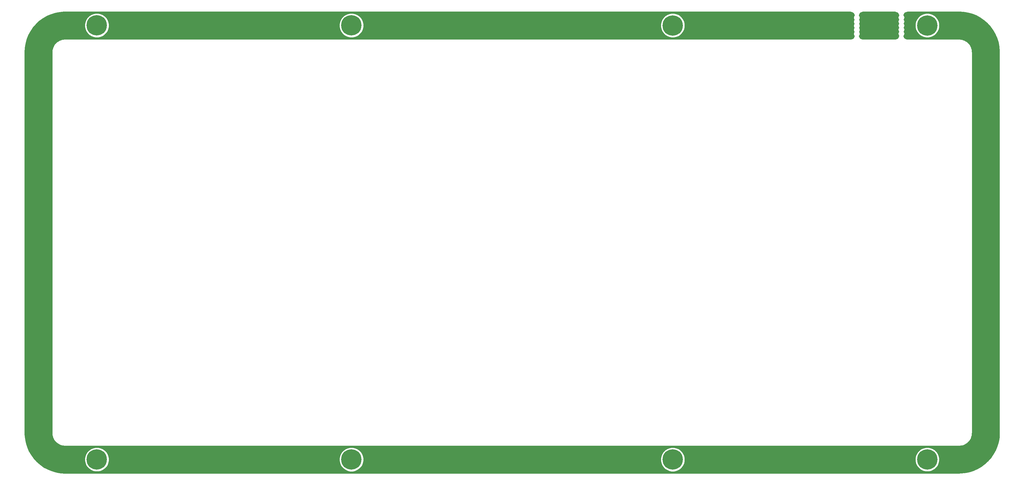
<source format=gbr>
G04 #@! TF.GenerationSoftware,KiCad,Pcbnew,5.1.6*
G04 #@! TF.CreationDate,2020-06-16T15:44:28+02:00*
G04 #@! TF.ProjectId,punk75_inner,70756e6b-3735-45f6-996e-6e65722e6b69,rev?*
G04 #@! TF.SameCoordinates,Original*
G04 #@! TF.FileFunction,Copper,L2,Bot*
G04 #@! TF.FilePolarity,Positive*
%FSLAX46Y46*%
G04 Gerber Fmt 4.6, Leading zero omitted, Abs format (unit mm)*
G04 Created by KiCad (PCBNEW 5.1.6) date 2020-06-16 15:44:28*
%MOMM*%
%LPD*%
G01*
G04 APERTURE LIST*
G04 #@! TA.AperFunction,ComponentPad*
%ADD10C,6.400000*%
G04 #@! TD*
G04 #@! TA.AperFunction,NonConductor*
%ADD11C,0.254000*%
G04 #@! TD*
G04 APERTURE END LIST*
D10*
X352750000Y-99500000D03*
X272750000Y-99500000D03*
X171760000Y-99480000D03*
X91750000Y-99480000D03*
X272750000Y-236130000D03*
X171770000Y-236120000D03*
X91760000Y-236110000D03*
X352740000Y-236110000D03*
D11*
G36*
X328513017Y-95254996D02*
G01*
X328794021Y-95282549D01*
X329029712Y-95353708D01*
X329247089Y-95469291D01*
X329437879Y-95624895D01*
X329594811Y-95814593D01*
X329711906Y-96031157D01*
X329784709Y-96266344D01*
X329792103Y-96336696D01*
X329756557Y-96372242D01*
X329643978Y-96540728D01*
X329566433Y-96727939D01*
X329526900Y-96926682D01*
X329526900Y-97129318D01*
X329566433Y-97328061D01*
X329643978Y-97515272D01*
X329742687Y-97663000D01*
X329643978Y-97810728D01*
X329566433Y-97997939D01*
X329526900Y-98196682D01*
X329526900Y-98399318D01*
X329566433Y-98598061D01*
X329643978Y-98785272D01*
X329742687Y-98933000D01*
X329643978Y-99080728D01*
X329566433Y-99267939D01*
X329526900Y-99466682D01*
X329526900Y-99669318D01*
X329566433Y-99868061D01*
X329643978Y-100055272D01*
X329742687Y-100203000D01*
X329643978Y-100350728D01*
X329566433Y-100537939D01*
X329526900Y-100736682D01*
X329526900Y-100939318D01*
X329566433Y-101138061D01*
X329643978Y-101325272D01*
X329742687Y-101473000D01*
X329643978Y-101620728D01*
X329566433Y-101807939D01*
X329526900Y-102006682D01*
X329526900Y-102209318D01*
X329566433Y-102408061D01*
X329643978Y-102595272D01*
X329756557Y-102763758D01*
X329779811Y-102787012D01*
X329715291Y-103000711D01*
X329599711Y-103218087D01*
X329444104Y-103408878D01*
X329254408Y-103565810D01*
X329037843Y-103682905D01*
X328802656Y-103755708D01*
X328523972Y-103784999D01*
X81707121Y-103784999D01*
X81674080Y-103788253D01*
X81653006Y-103788106D01*
X81642792Y-103789107D01*
X80986502Y-103858086D01*
X80921188Y-103871493D01*
X80855810Y-103883965D01*
X80845985Y-103886930D01*
X80215594Y-104082069D01*
X80154131Y-104107906D01*
X80092417Y-104132840D01*
X80083360Y-104137655D01*
X80083355Y-104137657D01*
X80083351Y-104137660D01*
X79502870Y-104451524D01*
X79447631Y-104488784D01*
X79391900Y-104525253D01*
X79383947Y-104531739D01*
X78875482Y-104952378D01*
X78828505Y-104999684D01*
X78780947Y-105046256D01*
X78774405Y-105054163D01*
X78357326Y-105565552D01*
X78320439Y-105621071D01*
X78282825Y-105676006D01*
X78277943Y-105685033D01*
X77968137Y-106267694D01*
X77942742Y-106329307D01*
X77916509Y-106390513D01*
X77913474Y-106400316D01*
X77722740Y-107032056D01*
X77709793Y-107097446D01*
X77695951Y-107162566D01*
X77694878Y-107172772D01*
X77630483Y-107829527D01*
X77626975Y-107865146D01*
X77626976Y-109452636D01*
X77626975Y-109452646D01*
X77626976Y-227793605D01*
X77630229Y-227826636D01*
X77630082Y-227847720D01*
X77631083Y-227857934D01*
X77700062Y-228514224D01*
X77713469Y-228579538D01*
X77725941Y-228644916D01*
X77728906Y-228654740D01*
X77924045Y-229285132D01*
X77949883Y-229346599D01*
X77974816Y-229408310D01*
X77979633Y-229417371D01*
X78293500Y-229997856D01*
X78330780Y-230053126D01*
X78367229Y-230108826D01*
X78373715Y-230116779D01*
X78794354Y-230625243D01*
X78841641Y-230672202D01*
X78888232Y-230719779D01*
X78896139Y-230726321D01*
X79407528Y-231143400D01*
X79463047Y-231180287D01*
X79517982Y-231217901D01*
X79527009Y-231222783D01*
X80109669Y-231532589D01*
X80171296Y-231557990D01*
X80232489Y-231584217D01*
X80242292Y-231587252D01*
X80874032Y-231777986D01*
X80939422Y-231790933D01*
X81004542Y-231804775D01*
X81014746Y-231805848D01*
X81014748Y-231805848D01*
X81671503Y-231870243D01*
X81671513Y-231870243D01*
X81707121Y-231873750D01*
X362766831Y-231873750D01*
X362799872Y-231870496D01*
X362820946Y-231870643D01*
X362831160Y-231869642D01*
X363487450Y-231800663D01*
X363552764Y-231787256D01*
X363618142Y-231774784D01*
X363627966Y-231771819D01*
X364258358Y-231576680D01*
X364319825Y-231550842D01*
X364381536Y-231525909D01*
X364390588Y-231521096D01*
X364390597Y-231521092D01*
X364390604Y-231521087D01*
X364971081Y-231207224D01*
X365026325Y-231169962D01*
X365082051Y-231133496D01*
X365090004Y-231127010D01*
X365598468Y-230706371D01*
X365645427Y-230659084D01*
X365693004Y-230612493D01*
X365699546Y-230604586D01*
X366116625Y-230093197D01*
X366153512Y-230037678D01*
X366191126Y-229982743D01*
X366196008Y-229973716D01*
X366505814Y-229391056D01*
X366531215Y-229329429D01*
X366557442Y-229268236D01*
X366560477Y-229258433D01*
X366751211Y-228626694D01*
X366764160Y-228561298D01*
X366778000Y-228496184D01*
X366779073Y-228485978D01*
X366843468Y-227829223D01*
X366846976Y-227793605D01*
X366846976Y-107865145D01*
X366843722Y-107832104D01*
X366843869Y-107811030D01*
X366842868Y-107800816D01*
X366773889Y-107144526D01*
X366760482Y-107079212D01*
X366748010Y-107013834D01*
X366745045Y-107004009D01*
X366549906Y-106373618D01*
X366524068Y-106312151D01*
X366499135Y-106250440D01*
X366494318Y-106241379D01*
X366180450Y-105660895D01*
X366143198Y-105605667D01*
X366106722Y-105549925D01*
X366100236Y-105541972D01*
X365679597Y-105033507D01*
X365632291Y-104986530D01*
X365585719Y-104938972D01*
X365577812Y-104932430D01*
X365066423Y-104515351D01*
X365010904Y-104478464D01*
X364955969Y-104440850D01*
X364946942Y-104435968D01*
X364364281Y-104126162D01*
X364302668Y-104100767D01*
X364241462Y-104074534D01*
X364231659Y-104071499D01*
X363599920Y-103880765D01*
X363534530Y-103867818D01*
X363469410Y-103853976D01*
X363459206Y-103852903D01*
X363459204Y-103852903D01*
X362804645Y-103788723D01*
X362766831Y-103784999D01*
X346538031Y-103784999D01*
X346303087Y-103761963D01*
X346066536Y-103690544D01*
X345848360Y-103574537D01*
X345656880Y-103418369D01*
X345499377Y-103227980D01*
X345381851Y-103010622D01*
X345309974Y-102778427D01*
X345375443Y-102712958D01*
X345488022Y-102544472D01*
X345565567Y-102357261D01*
X345605100Y-102158518D01*
X345605100Y-101955882D01*
X345565567Y-101757139D01*
X345488022Y-101569928D01*
X345389313Y-101422200D01*
X345488022Y-101274472D01*
X345565567Y-101087261D01*
X345605100Y-100888518D01*
X345605100Y-100685882D01*
X345565567Y-100487139D01*
X345488022Y-100299928D01*
X345389313Y-100152200D01*
X345488022Y-100004472D01*
X345565567Y-99817261D01*
X345605100Y-99618518D01*
X345605100Y-99415882D01*
X345565567Y-99217139D01*
X345526278Y-99122285D01*
X348915000Y-99122285D01*
X348915000Y-99877715D01*
X349062377Y-100618628D01*
X349351467Y-101316554D01*
X349771161Y-101944670D01*
X350305330Y-102478839D01*
X350933446Y-102898533D01*
X351631372Y-103187623D01*
X352372285Y-103335000D01*
X353127715Y-103335000D01*
X353868628Y-103187623D01*
X354566554Y-102898533D01*
X355194670Y-102478839D01*
X355728839Y-101944670D01*
X356148533Y-101316554D01*
X356437623Y-100618628D01*
X356585000Y-99877715D01*
X356585000Y-99122285D01*
X356437623Y-98381372D01*
X356148533Y-97683446D01*
X355728839Y-97055330D01*
X355194670Y-96521161D01*
X354566554Y-96101467D01*
X353868628Y-95812377D01*
X353127715Y-95665000D01*
X352372285Y-95665000D01*
X351631372Y-95812377D01*
X350933446Y-96101467D01*
X350305330Y-96521161D01*
X349771161Y-97055330D01*
X349351467Y-97683446D01*
X349062377Y-98381372D01*
X348915000Y-99122285D01*
X345526278Y-99122285D01*
X345488022Y-99029928D01*
X345389313Y-98882200D01*
X345488022Y-98734472D01*
X345565567Y-98547261D01*
X345605100Y-98348518D01*
X345605100Y-98145882D01*
X345565567Y-97947139D01*
X345488022Y-97759928D01*
X345389313Y-97612200D01*
X345488022Y-97464472D01*
X345565567Y-97277261D01*
X345605100Y-97078518D01*
X345605100Y-96875882D01*
X345565567Y-96677139D01*
X345488022Y-96489928D01*
X345375443Y-96321442D01*
X345315591Y-96261590D01*
X345382708Y-96039288D01*
X345498291Y-95821911D01*
X345653895Y-95631121D01*
X345843593Y-95474189D01*
X346060157Y-95357094D01*
X346295344Y-95284291D01*
X346574361Y-95254965D01*
X362729041Y-95232777D01*
X364136356Y-95310226D01*
X365507196Y-95538397D01*
X366844729Y-95915620D01*
X368132783Y-96437335D01*
X369355814Y-97097246D01*
X370499047Y-97887383D01*
X371548665Y-98798195D01*
X372491994Y-99818683D01*
X373317651Y-100936533D01*
X374015651Y-102138228D01*
X374577566Y-103409255D01*
X374996618Y-104734286D01*
X375267735Y-106097280D01*
X375388896Y-107496224D01*
X375395001Y-107884816D01*
X375395000Y-227715050D01*
X375317524Y-229122847D01*
X375089353Y-230493695D01*
X374712130Y-231831230D01*
X374190411Y-233119290D01*
X373530500Y-234342321D01*
X372740370Y-235485543D01*
X371829559Y-236535160D01*
X370809067Y-237478494D01*
X369691217Y-238304151D01*
X368489522Y-239002151D01*
X367218492Y-239564067D01*
X365893465Y-239983118D01*
X364530468Y-240254235D01*
X363131528Y-240375396D01*
X362742998Y-240381500D01*
X81781450Y-240381500D01*
X80373653Y-240304024D01*
X79002805Y-240075853D01*
X77665270Y-239698630D01*
X76377210Y-239176911D01*
X75154179Y-238517000D01*
X74010957Y-237726870D01*
X72961340Y-236816059D01*
X72018006Y-235795567D01*
X71971266Y-235732285D01*
X87925000Y-235732285D01*
X87925000Y-236487715D01*
X88072377Y-237228628D01*
X88361467Y-237926554D01*
X88781161Y-238554670D01*
X89315330Y-239088839D01*
X89943446Y-239508533D01*
X90641372Y-239797623D01*
X91382285Y-239945000D01*
X92137715Y-239945000D01*
X92878628Y-239797623D01*
X93576554Y-239508533D01*
X94204670Y-239088839D01*
X94738839Y-238554670D01*
X95158533Y-237926554D01*
X95447623Y-237228628D01*
X95595000Y-236487715D01*
X95595000Y-235742285D01*
X167935000Y-235742285D01*
X167935000Y-236497715D01*
X168082377Y-237238628D01*
X168371467Y-237936554D01*
X168791161Y-238564670D01*
X169325330Y-239098839D01*
X169953446Y-239518533D01*
X170651372Y-239807623D01*
X171392285Y-239955000D01*
X172147715Y-239955000D01*
X172888628Y-239807623D01*
X173586554Y-239518533D01*
X174214670Y-239098839D01*
X174748839Y-238564670D01*
X175168533Y-237936554D01*
X175457623Y-237238628D01*
X175605000Y-236497715D01*
X175605000Y-235752285D01*
X268915000Y-235752285D01*
X268915000Y-236507715D01*
X269062377Y-237248628D01*
X269351467Y-237946554D01*
X269771161Y-238574670D01*
X270305330Y-239108839D01*
X270933446Y-239528533D01*
X271631372Y-239817623D01*
X272372285Y-239965000D01*
X273127715Y-239965000D01*
X273868628Y-239817623D01*
X274566554Y-239528533D01*
X275194670Y-239108839D01*
X275728839Y-238574670D01*
X276148533Y-237946554D01*
X276437623Y-237248628D01*
X276585000Y-236507715D01*
X276585000Y-235752285D01*
X276581022Y-235732285D01*
X348905000Y-235732285D01*
X348905000Y-236487715D01*
X349052377Y-237228628D01*
X349341467Y-237926554D01*
X349761161Y-238554670D01*
X350295330Y-239088839D01*
X350923446Y-239508533D01*
X351621372Y-239797623D01*
X352362285Y-239945000D01*
X353117715Y-239945000D01*
X353858628Y-239797623D01*
X354556554Y-239508533D01*
X355184670Y-239088839D01*
X355718839Y-238554670D01*
X356138533Y-237926554D01*
X356427623Y-237228628D01*
X356575000Y-236487715D01*
X356575000Y-235732285D01*
X356427623Y-234991372D01*
X356138533Y-234293446D01*
X355718839Y-233665330D01*
X355184670Y-233131161D01*
X354556554Y-232711467D01*
X353858628Y-232422377D01*
X353117715Y-232275000D01*
X352362285Y-232275000D01*
X351621372Y-232422377D01*
X350923446Y-232711467D01*
X350295330Y-233131161D01*
X349761161Y-233665330D01*
X349341467Y-234293446D01*
X349052377Y-234991372D01*
X348905000Y-235732285D01*
X276581022Y-235732285D01*
X276437623Y-235011372D01*
X276148533Y-234313446D01*
X275728839Y-233685330D01*
X275194670Y-233151161D01*
X274566554Y-232731467D01*
X273868628Y-232442377D01*
X273127715Y-232295000D01*
X272372285Y-232295000D01*
X271631372Y-232442377D01*
X270933446Y-232731467D01*
X270305330Y-233151161D01*
X269771161Y-233685330D01*
X269351467Y-234313446D01*
X269062377Y-235011372D01*
X268915000Y-235752285D01*
X175605000Y-235752285D01*
X175605000Y-235742285D01*
X175457623Y-235001372D01*
X175168533Y-234303446D01*
X174748839Y-233675330D01*
X174214670Y-233141161D01*
X173586554Y-232721467D01*
X172888628Y-232432377D01*
X172147715Y-232285000D01*
X171392285Y-232285000D01*
X170651372Y-232432377D01*
X169953446Y-232721467D01*
X169325330Y-233141161D01*
X168791161Y-233675330D01*
X168371467Y-234303446D01*
X168082377Y-235001372D01*
X167935000Y-235742285D01*
X95595000Y-235742285D01*
X95595000Y-235732285D01*
X95447623Y-234991372D01*
X95158533Y-234293446D01*
X94738839Y-233665330D01*
X94204670Y-233131161D01*
X93576554Y-232711467D01*
X92878628Y-232422377D01*
X92137715Y-232275000D01*
X91382285Y-232275000D01*
X90641372Y-232422377D01*
X89943446Y-232711467D01*
X89315330Y-233131161D01*
X88781161Y-233665330D01*
X88361467Y-234293446D01*
X88072377Y-234991372D01*
X87925000Y-235732285D01*
X71971266Y-235732285D01*
X71192349Y-234677717D01*
X70494349Y-233476022D01*
X69932433Y-232204992D01*
X69513382Y-230879965D01*
X69242265Y-229516968D01*
X69121104Y-228118028D01*
X69115000Y-227729498D01*
X69115000Y-107899200D01*
X69192476Y-106491394D01*
X69420647Y-105120554D01*
X69797870Y-103783021D01*
X70319585Y-102494967D01*
X70979496Y-101271936D01*
X71769633Y-100128703D01*
X72660313Y-99102285D01*
X87915000Y-99102285D01*
X87915000Y-99857715D01*
X88062377Y-100598628D01*
X88351467Y-101296554D01*
X88771161Y-101924670D01*
X89305330Y-102458839D01*
X89933446Y-102878533D01*
X90631372Y-103167623D01*
X91372285Y-103315000D01*
X92127715Y-103315000D01*
X92868628Y-103167623D01*
X93566554Y-102878533D01*
X94194670Y-102458839D01*
X94728839Y-101924670D01*
X95148533Y-101296554D01*
X95437623Y-100598628D01*
X95585000Y-99857715D01*
X95585000Y-99102285D01*
X167925000Y-99102285D01*
X167925000Y-99857715D01*
X168072377Y-100598628D01*
X168361467Y-101296554D01*
X168781161Y-101924670D01*
X169315330Y-102458839D01*
X169943446Y-102878533D01*
X170641372Y-103167623D01*
X171382285Y-103315000D01*
X172137715Y-103315000D01*
X172878628Y-103167623D01*
X173576554Y-102878533D01*
X174204670Y-102458839D01*
X174738839Y-101924670D01*
X175158533Y-101296554D01*
X175447623Y-100598628D01*
X175595000Y-99857715D01*
X175595000Y-99122285D01*
X268915000Y-99122285D01*
X268915000Y-99877715D01*
X269062377Y-100618628D01*
X269351467Y-101316554D01*
X269771161Y-101944670D01*
X270305330Y-102478839D01*
X270933446Y-102898533D01*
X271631372Y-103187623D01*
X272372285Y-103335000D01*
X273127715Y-103335000D01*
X273868628Y-103187623D01*
X274566554Y-102898533D01*
X275194670Y-102478839D01*
X275728839Y-101944670D01*
X276148533Y-101316554D01*
X276437623Y-100618628D01*
X276585000Y-99877715D01*
X276585000Y-99122285D01*
X276437623Y-98381372D01*
X276148533Y-97683446D01*
X275728839Y-97055330D01*
X275194670Y-96521161D01*
X274566554Y-96101467D01*
X273868628Y-95812377D01*
X273127715Y-95665000D01*
X272372285Y-95665000D01*
X271631372Y-95812377D01*
X270933446Y-96101467D01*
X270305330Y-96521161D01*
X269771161Y-97055330D01*
X269351467Y-97683446D01*
X269062377Y-98381372D01*
X268915000Y-99122285D01*
X175595000Y-99122285D01*
X175595000Y-99102285D01*
X175447623Y-98361372D01*
X175158533Y-97663446D01*
X174738839Y-97035330D01*
X174204670Y-96501161D01*
X173576554Y-96081467D01*
X172878628Y-95792377D01*
X172137715Y-95645000D01*
X171382285Y-95645000D01*
X170641372Y-95792377D01*
X169943446Y-96081467D01*
X169315330Y-96501161D01*
X168781161Y-97035330D01*
X168361467Y-97663446D01*
X168072377Y-98361372D01*
X167925000Y-99102285D01*
X95585000Y-99102285D01*
X95437623Y-98361372D01*
X95148533Y-97663446D01*
X94728839Y-97035330D01*
X94194670Y-96501161D01*
X93566554Y-96081467D01*
X92868628Y-95792377D01*
X92127715Y-95645000D01*
X91372285Y-95645000D01*
X90631372Y-95792377D01*
X89933446Y-96081467D01*
X89305330Y-96501161D01*
X88771161Y-97035330D01*
X88351467Y-97663446D01*
X88062377Y-98361372D01*
X87915000Y-99102285D01*
X72660313Y-99102285D01*
X72680445Y-99079085D01*
X73700933Y-98135756D01*
X74818783Y-97310099D01*
X76020478Y-96612099D01*
X77291505Y-96050184D01*
X78616536Y-95631132D01*
X79979530Y-95360015D01*
X81378474Y-95238854D01*
X81767002Y-95232750D01*
X82563052Y-95232750D01*
X328513017Y-95254996D01*
G37*
X328513017Y-95254996D02*
X328794021Y-95282549D01*
X329029712Y-95353708D01*
X329247089Y-95469291D01*
X329437879Y-95624895D01*
X329594811Y-95814593D01*
X329711906Y-96031157D01*
X329784709Y-96266344D01*
X329792103Y-96336696D01*
X329756557Y-96372242D01*
X329643978Y-96540728D01*
X329566433Y-96727939D01*
X329526900Y-96926682D01*
X329526900Y-97129318D01*
X329566433Y-97328061D01*
X329643978Y-97515272D01*
X329742687Y-97663000D01*
X329643978Y-97810728D01*
X329566433Y-97997939D01*
X329526900Y-98196682D01*
X329526900Y-98399318D01*
X329566433Y-98598061D01*
X329643978Y-98785272D01*
X329742687Y-98933000D01*
X329643978Y-99080728D01*
X329566433Y-99267939D01*
X329526900Y-99466682D01*
X329526900Y-99669318D01*
X329566433Y-99868061D01*
X329643978Y-100055272D01*
X329742687Y-100203000D01*
X329643978Y-100350728D01*
X329566433Y-100537939D01*
X329526900Y-100736682D01*
X329526900Y-100939318D01*
X329566433Y-101138061D01*
X329643978Y-101325272D01*
X329742687Y-101473000D01*
X329643978Y-101620728D01*
X329566433Y-101807939D01*
X329526900Y-102006682D01*
X329526900Y-102209318D01*
X329566433Y-102408061D01*
X329643978Y-102595272D01*
X329756557Y-102763758D01*
X329779811Y-102787012D01*
X329715291Y-103000711D01*
X329599711Y-103218087D01*
X329444104Y-103408878D01*
X329254408Y-103565810D01*
X329037843Y-103682905D01*
X328802656Y-103755708D01*
X328523972Y-103784999D01*
X81707121Y-103784999D01*
X81674080Y-103788253D01*
X81653006Y-103788106D01*
X81642792Y-103789107D01*
X80986502Y-103858086D01*
X80921188Y-103871493D01*
X80855810Y-103883965D01*
X80845985Y-103886930D01*
X80215594Y-104082069D01*
X80154131Y-104107906D01*
X80092417Y-104132840D01*
X80083360Y-104137655D01*
X80083355Y-104137657D01*
X80083351Y-104137660D01*
X79502870Y-104451524D01*
X79447631Y-104488784D01*
X79391900Y-104525253D01*
X79383947Y-104531739D01*
X78875482Y-104952378D01*
X78828505Y-104999684D01*
X78780947Y-105046256D01*
X78774405Y-105054163D01*
X78357326Y-105565552D01*
X78320439Y-105621071D01*
X78282825Y-105676006D01*
X78277943Y-105685033D01*
X77968137Y-106267694D01*
X77942742Y-106329307D01*
X77916509Y-106390513D01*
X77913474Y-106400316D01*
X77722740Y-107032056D01*
X77709793Y-107097446D01*
X77695951Y-107162566D01*
X77694878Y-107172772D01*
X77630483Y-107829527D01*
X77626975Y-107865146D01*
X77626976Y-109452636D01*
X77626975Y-109452646D01*
X77626976Y-227793605D01*
X77630229Y-227826636D01*
X77630082Y-227847720D01*
X77631083Y-227857934D01*
X77700062Y-228514224D01*
X77713469Y-228579538D01*
X77725941Y-228644916D01*
X77728906Y-228654740D01*
X77924045Y-229285132D01*
X77949883Y-229346599D01*
X77974816Y-229408310D01*
X77979633Y-229417371D01*
X78293500Y-229997856D01*
X78330780Y-230053126D01*
X78367229Y-230108826D01*
X78373715Y-230116779D01*
X78794354Y-230625243D01*
X78841641Y-230672202D01*
X78888232Y-230719779D01*
X78896139Y-230726321D01*
X79407528Y-231143400D01*
X79463047Y-231180287D01*
X79517982Y-231217901D01*
X79527009Y-231222783D01*
X80109669Y-231532589D01*
X80171296Y-231557990D01*
X80232489Y-231584217D01*
X80242292Y-231587252D01*
X80874032Y-231777986D01*
X80939422Y-231790933D01*
X81004542Y-231804775D01*
X81014746Y-231805848D01*
X81014748Y-231805848D01*
X81671503Y-231870243D01*
X81671513Y-231870243D01*
X81707121Y-231873750D01*
X362766831Y-231873750D01*
X362799872Y-231870496D01*
X362820946Y-231870643D01*
X362831160Y-231869642D01*
X363487450Y-231800663D01*
X363552764Y-231787256D01*
X363618142Y-231774784D01*
X363627966Y-231771819D01*
X364258358Y-231576680D01*
X364319825Y-231550842D01*
X364381536Y-231525909D01*
X364390588Y-231521096D01*
X364390597Y-231521092D01*
X364390604Y-231521087D01*
X364971081Y-231207224D01*
X365026325Y-231169962D01*
X365082051Y-231133496D01*
X365090004Y-231127010D01*
X365598468Y-230706371D01*
X365645427Y-230659084D01*
X365693004Y-230612493D01*
X365699546Y-230604586D01*
X366116625Y-230093197D01*
X366153512Y-230037678D01*
X366191126Y-229982743D01*
X366196008Y-229973716D01*
X366505814Y-229391056D01*
X366531215Y-229329429D01*
X366557442Y-229268236D01*
X366560477Y-229258433D01*
X366751211Y-228626694D01*
X366764160Y-228561298D01*
X366778000Y-228496184D01*
X366779073Y-228485978D01*
X366843468Y-227829223D01*
X366846976Y-227793605D01*
X366846976Y-107865145D01*
X366843722Y-107832104D01*
X366843869Y-107811030D01*
X366842868Y-107800816D01*
X366773889Y-107144526D01*
X366760482Y-107079212D01*
X366748010Y-107013834D01*
X366745045Y-107004009D01*
X366549906Y-106373618D01*
X366524068Y-106312151D01*
X366499135Y-106250440D01*
X366494318Y-106241379D01*
X366180450Y-105660895D01*
X366143198Y-105605667D01*
X366106722Y-105549925D01*
X366100236Y-105541972D01*
X365679597Y-105033507D01*
X365632291Y-104986530D01*
X365585719Y-104938972D01*
X365577812Y-104932430D01*
X365066423Y-104515351D01*
X365010904Y-104478464D01*
X364955969Y-104440850D01*
X364946942Y-104435968D01*
X364364281Y-104126162D01*
X364302668Y-104100767D01*
X364241462Y-104074534D01*
X364231659Y-104071499D01*
X363599920Y-103880765D01*
X363534530Y-103867818D01*
X363469410Y-103853976D01*
X363459206Y-103852903D01*
X363459204Y-103852903D01*
X362804645Y-103788723D01*
X362766831Y-103784999D01*
X346538031Y-103784999D01*
X346303087Y-103761963D01*
X346066536Y-103690544D01*
X345848360Y-103574537D01*
X345656880Y-103418369D01*
X345499377Y-103227980D01*
X345381851Y-103010622D01*
X345309974Y-102778427D01*
X345375443Y-102712958D01*
X345488022Y-102544472D01*
X345565567Y-102357261D01*
X345605100Y-102158518D01*
X345605100Y-101955882D01*
X345565567Y-101757139D01*
X345488022Y-101569928D01*
X345389313Y-101422200D01*
X345488022Y-101274472D01*
X345565567Y-101087261D01*
X345605100Y-100888518D01*
X345605100Y-100685882D01*
X345565567Y-100487139D01*
X345488022Y-100299928D01*
X345389313Y-100152200D01*
X345488022Y-100004472D01*
X345565567Y-99817261D01*
X345605100Y-99618518D01*
X345605100Y-99415882D01*
X345565567Y-99217139D01*
X345526278Y-99122285D01*
X348915000Y-99122285D01*
X348915000Y-99877715D01*
X349062377Y-100618628D01*
X349351467Y-101316554D01*
X349771161Y-101944670D01*
X350305330Y-102478839D01*
X350933446Y-102898533D01*
X351631372Y-103187623D01*
X352372285Y-103335000D01*
X353127715Y-103335000D01*
X353868628Y-103187623D01*
X354566554Y-102898533D01*
X355194670Y-102478839D01*
X355728839Y-101944670D01*
X356148533Y-101316554D01*
X356437623Y-100618628D01*
X356585000Y-99877715D01*
X356585000Y-99122285D01*
X356437623Y-98381372D01*
X356148533Y-97683446D01*
X355728839Y-97055330D01*
X355194670Y-96521161D01*
X354566554Y-96101467D01*
X353868628Y-95812377D01*
X353127715Y-95665000D01*
X352372285Y-95665000D01*
X351631372Y-95812377D01*
X350933446Y-96101467D01*
X350305330Y-96521161D01*
X349771161Y-97055330D01*
X349351467Y-97683446D01*
X349062377Y-98381372D01*
X348915000Y-99122285D01*
X345526278Y-99122285D01*
X345488022Y-99029928D01*
X345389313Y-98882200D01*
X345488022Y-98734472D01*
X345565567Y-98547261D01*
X345605100Y-98348518D01*
X345605100Y-98145882D01*
X345565567Y-97947139D01*
X345488022Y-97759928D01*
X345389313Y-97612200D01*
X345488022Y-97464472D01*
X345565567Y-97277261D01*
X345605100Y-97078518D01*
X345605100Y-96875882D01*
X345565567Y-96677139D01*
X345488022Y-96489928D01*
X345375443Y-96321442D01*
X345315591Y-96261590D01*
X345382708Y-96039288D01*
X345498291Y-95821911D01*
X345653895Y-95631121D01*
X345843593Y-95474189D01*
X346060157Y-95357094D01*
X346295344Y-95284291D01*
X346574361Y-95254965D01*
X362729041Y-95232777D01*
X364136356Y-95310226D01*
X365507196Y-95538397D01*
X366844729Y-95915620D01*
X368132783Y-96437335D01*
X369355814Y-97097246D01*
X370499047Y-97887383D01*
X371548665Y-98798195D01*
X372491994Y-99818683D01*
X373317651Y-100936533D01*
X374015651Y-102138228D01*
X374577566Y-103409255D01*
X374996618Y-104734286D01*
X375267735Y-106097280D01*
X375388896Y-107496224D01*
X375395001Y-107884816D01*
X375395000Y-227715050D01*
X375317524Y-229122847D01*
X375089353Y-230493695D01*
X374712130Y-231831230D01*
X374190411Y-233119290D01*
X373530500Y-234342321D01*
X372740370Y-235485543D01*
X371829559Y-236535160D01*
X370809067Y-237478494D01*
X369691217Y-238304151D01*
X368489522Y-239002151D01*
X367218492Y-239564067D01*
X365893465Y-239983118D01*
X364530468Y-240254235D01*
X363131528Y-240375396D01*
X362742998Y-240381500D01*
X81781450Y-240381500D01*
X80373653Y-240304024D01*
X79002805Y-240075853D01*
X77665270Y-239698630D01*
X76377210Y-239176911D01*
X75154179Y-238517000D01*
X74010957Y-237726870D01*
X72961340Y-236816059D01*
X72018006Y-235795567D01*
X71971266Y-235732285D01*
X87925000Y-235732285D01*
X87925000Y-236487715D01*
X88072377Y-237228628D01*
X88361467Y-237926554D01*
X88781161Y-238554670D01*
X89315330Y-239088839D01*
X89943446Y-239508533D01*
X90641372Y-239797623D01*
X91382285Y-239945000D01*
X92137715Y-239945000D01*
X92878628Y-239797623D01*
X93576554Y-239508533D01*
X94204670Y-239088839D01*
X94738839Y-238554670D01*
X95158533Y-237926554D01*
X95447623Y-237228628D01*
X95595000Y-236487715D01*
X95595000Y-235742285D01*
X167935000Y-235742285D01*
X167935000Y-236497715D01*
X168082377Y-237238628D01*
X168371467Y-237936554D01*
X168791161Y-238564670D01*
X169325330Y-239098839D01*
X169953446Y-239518533D01*
X170651372Y-239807623D01*
X171392285Y-239955000D01*
X172147715Y-239955000D01*
X172888628Y-239807623D01*
X173586554Y-239518533D01*
X174214670Y-239098839D01*
X174748839Y-238564670D01*
X175168533Y-237936554D01*
X175457623Y-237238628D01*
X175605000Y-236497715D01*
X175605000Y-235752285D01*
X268915000Y-235752285D01*
X268915000Y-236507715D01*
X269062377Y-237248628D01*
X269351467Y-237946554D01*
X269771161Y-238574670D01*
X270305330Y-239108839D01*
X270933446Y-239528533D01*
X271631372Y-239817623D01*
X272372285Y-239965000D01*
X273127715Y-239965000D01*
X273868628Y-239817623D01*
X274566554Y-239528533D01*
X275194670Y-239108839D01*
X275728839Y-238574670D01*
X276148533Y-237946554D01*
X276437623Y-237248628D01*
X276585000Y-236507715D01*
X276585000Y-235752285D01*
X276581022Y-235732285D01*
X348905000Y-235732285D01*
X348905000Y-236487715D01*
X349052377Y-237228628D01*
X349341467Y-237926554D01*
X349761161Y-238554670D01*
X350295330Y-239088839D01*
X350923446Y-239508533D01*
X351621372Y-239797623D01*
X352362285Y-239945000D01*
X353117715Y-239945000D01*
X353858628Y-239797623D01*
X354556554Y-239508533D01*
X355184670Y-239088839D01*
X355718839Y-238554670D01*
X356138533Y-237926554D01*
X356427623Y-237228628D01*
X356575000Y-236487715D01*
X356575000Y-235732285D01*
X356427623Y-234991372D01*
X356138533Y-234293446D01*
X355718839Y-233665330D01*
X355184670Y-233131161D01*
X354556554Y-232711467D01*
X353858628Y-232422377D01*
X353117715Y-232275000D01*
X352362285Y-232275000D01*
X351621372Y-232422377D01*
X350923446Y-232711467D01*
X350295330Y-233131161D01*
X349761161Y-233665330D01*
X349341467Y-234293446D01*
X349052377Y-234991372D01*
X348905000Y-235732285D01*
X276581022Y-235732285D01*
X276437623Y-235011372D01*
X276148533Y-234313446D01*
X275728839Y-233685330D01*
X275194670Y-233151161D01*
X274566554Y-232731467D01*
X273868628Y-232442377D01*
X273127715Y-232295000D01*
X272372285Y-232295000D01*
X271631372Y-232442377D01*
X270933446Y-232731467D01*
X270305330Y-233151161D01*
X269771161Y-233685330D01*
X269351467Y-234313446D01*
X269062377Y-235011372D01*
X268915000Y-235752285D01*
X175605000Y-235752285D01*
X175605000Y-235742285D01*
X175457623Y-235001372D01*
X175168533Y-234303446D01*
X174748839Y-233675330D01*
X174214670Y-233141161D01*
X173586554Y-232721467D01*
X172888628Y-232432377D01*
X172147715Y-232285000D01*
X171392285Y-232285000D01*
X170651372Y-232432377D01*
X169953446Y-232721467D01*
X169325330Y-233141161D01*
X168791161Y-233675330D01*
X168371467Y-234303446D01*
X168082377Y-235001372D01*
X167935000Y-235742285D01*
X95595000Y-235742285D01*
X95595000Y-235732285D01*
X95447623Y-234991372D01*
X95158533Y-234293446D01*
X94738839Y-233665330D01*
X94204670Y-233131161D01*
X93576554Y-232711467D01*
X92878628Y-232422377D01*
X92137715Y-232275000D01*
X91382285Y-232275000D01*
X90641372Y-232422377D01*
X89943446Y-232711467D01*
X89315330Y-233131161D01*
X88781161Y-233665330D01*
X88361467Y-234293446D01*
X88072377Y-234991372D01*
X87925000Y-235732285D01*
X71971266Y-235732285D01*
X71192349Y-234677717D01*
X70494349Y-233476022D01*
X69932433Y-232204992D01*
X69513382Y-230879965D01*
X69242265Y-229516968D01*
X69121104Y-228118028D01*
X69115000Y-227729498D01*
X69115000Y-107899200D01*
X69192476Y-106491394D01*
X69420647Y-105120554D01*
X69797870Y-103783021D01*
X70319585Y-102494967D01*
X70979496Y-101271936D01*
X71769633Y-100128703D01*
X72660313Y-99102285D01*
X87915000Y-99102285D01*
X87915000Y-99857715D01*
X88062377Y-100598628D01*
X88351467Y-101296554D01*
X88771161Y-101924670D01*
X89305330Y-102458839D01*
X89933446Y-102878533D01*
X90631372Y-103167623D01*
X91372285Y-103315000D01*
X92127715Y-103315000D01*
X92868628Y-103167623D01*
X93566554Y-102878533D01*
X94194670Y-102458839D01*
X94728839Y-101924670D01*
X95148533Y-101296554D01*
X95437623Y-100598628D01*
X95585000Y-99857715D01*
X95585000Y-99102285D01*
X167925000Y-99102285D01*
X167925000Y-99857715D01*
X168072377Y-100598628D01*
X168361467Y-101296554D01*
X168781161Y-101924670D01*
X169315330Y-102458839D01*
X169943446Y-102878533D01*
X170641372Y-103167623D01*
X171382285Y-103315000D01*
X172137715Y-103315000D01*
X172878628Y-103167623D01*
X173576554Y-102878533D01*
X174204670Y-102458839D01*
X174738839Y-101924670D01*
X175158533Y-101296554D01*
X175447623Y-100598628D01*
X175595000Y-99857715D01*
X175595000Y-99122285D01*
X268915000Y-99122285D01*
X268915000Y-99877715D01*
X269062377Y-100618628D01*
X269351467Y-101316554D01*
X269771161Y-101944670D01*
X270305330Y-102478839D01*
X270933446Y-102898533D01*
X271631372Y-103187623D01*
X272372285Y-103335000D01*
X273127715Y-103335000D01*
X273868628Y-103187623D01*
X274566554Y-102898533D01*
X275194670Y-102478839D01*
X275728839Y-101944670D01*
X276148533Y-101316554D01*
X276437623Y-100618628D01*
X276585000Y-99877715D01*
X276585000Y-99122285D01*
X276437623Y-98381372D01*
X276148533Y-97683446D01*
X275728839Y-97055330D01*
X275194670Y-96521161D01*
X274566554Y-96101467D01*
X273868628Y-95812377D01*
X273127715Y-95665000D01*
X272372285Y-95665000D01*
X271631372Y-95812377D01*
X270933446Y-96101467D01*
X270305330Y-96521161D01*
X269771161Y-97055330D01*
X269351467Y-97683446D01*
X269062377Y-98381372D01*
X268915000Y-99122285D01*
X175595000Y-99122285D01*
X175595000Y-99102285D01*
X175447623Y-98361372D01*
X175158533Y-97663446D01*
X174738839Y-97035330D01*
X174204670Y-96501161D01*
X173576554Y-96081467D01*
X172878628Y-95792377D01*
X172137715Y-95645000D01*
X171382285Y-95645000D01*
X170641372Y-95792377D01*
X169943446Y-96081467D01*
X169315330Y-96501161D01*
X168781161Y-97035330D01*
X168361467Y-97663446D01*
X168072377Y-98361372D01*
X167925000Y-99102285D01*
X95585000Y-99102285D01*
X95437623Y-98361372D01*
X95148533Y-97663446D01*
X94728839Y-97035330D01*
X94194670Y-96501161D01*
X93566554Y-96081467D01*
X92868628Y-95792377D01*
X92127715Y-95645000D01*
X91372285Y-95645000D01*
X90631372Y-95792377D01*
X89933446Y-96081467D01*
X89305330Y-96501161D01*
X88771161Y-97035330D01*
X88351467Y-97663446D01*
X88062377Y-98361372D01*
X87915000Y-99102285D01*
X72660313Y-99102285D01*
X72680445Y-99079085D01*
X73700933Y-98135756D01*
X74818783Y-97310099D01*
X76020478Y-96612099D01*
X77291505Y-96050184D01*
X78616536Y-95631132D01*
X79979530Y-95360015D01*
X81378474Y-95238854D01*
X81767002Y-95232750D01*
X82563052Y-95232750D01*
X328513017Y-95254996D01*
G36*
X342790313Y-95278036D02*
G01*
X343026863Y-95349455D01*
X343245034Y-95465458D01*
X343436520Y-95621631D01*
X343594023Y-95812019D01*
X343711550Y-96029380D01*
X343784616Y-96265416D01*
X343789254Y-96309545D01*
X343777357Y-96321442D01*
X343664778Y-96489928D01*
X343587233Y-96677139D01*
X343547700Y-96875882D01*
X343547700Y-97078518D01*
X343587233Y-97277261D01*
X343664778Y-97464472D01*
X343763487Y-97612200D01*
X343664778Y-97759928D01*
X343587233Y-97947139D01*
X343547700Y-98145882D01*
X343547700Y-98348518D01*
X343587233Y-98547261D01*
X343664778Y-98734472D01*
X343763487Y-98882200D01*
X343664778Y-99029928D01*
X343587233Y-99217139D01*
X343547700Y-99415882D01*
X343547700Y-99618518D01*
X343587233Y-99817261D01*
X343664778Y-100004472D01*
X343763487Y-100152200D01*
X343664778Y-100299928D01*
X343587233Y-100487139D01*
X343547700Y-100685882D01*
X343547700Y-100888518D01*
X343587233Y-101087261D01*
X343664778Y-101274472D01*
X343763487Y-101422200D01*
X343664778Y-101569928D01*
X343587233Y-101757139D01*
X343547700Y-101955882D01*
X343547700Y-102158518D01*
X343587233Y-102357261D01*
X343664778Y-102544472D01*
X343777357Y-102712958D01*
X343786098Y-102721699D01*
X343781851Y-102765020D01*
X343710691Y-103000711D01*
X343595111Y-103218087D01*
X343439504Y-103408878D01*
X343249808Y-103565810D01*
X343033243Y-103682905D01*
X342798056Y-103755708D01*
X342519372Y-103784999D01*
X332584947Y-103784999D01*
X332303979Y-103757450D01*
X332068288Y-103686290D01*
X331850912Y-103570710D01*
X331660121Y-103415103D01*
X331503189Y-103225407D01*
X331386094Y-103008842D01*
X331320726Y-102797675D01*
X331354643Y-102763758D01*
X331467222Y-102595272D01*
X331544767Y-102408061D01*
X331584300Y-102209318D01*
X331584300Y-102006682D01*
X331544767Y-101807939D01*
X331467222Y-101620728D01*
X331368513Y-101473000D01*
X331467222Y-101325272D01*
X331544767Y-101138061D01*
X331584300Y-100939318D01*
X331584300Y-100736682D01*
X331544767Y-100537939D01*
X331467222Y-100350728D01*
X331368513Y-100203000D01*
X331467222Y-100055272D01*
X331544767Y-99868061D01*
X331584300Y-99669318D01*
X331584300Y-99466682D01*
X331544767Y-99267939D01*
X331467222Y-99080728D01*
X331368513Y-98933000D01*
X331467222Y-98785272D01*
X331544767Y-98598061D01*
X331584300Y-98399318D01*
X331584300Y-98196682D01*
X331544767Y-97997939D01*
X331467222Y-97810728D01*
X331368513Y-97663000D01*
X331467222Y-97515272D01*
X331544767Y-97328061D01*
X331584300Y-97129318D01*
X331584300Y-96926682D01*
X331544767Y-96727939D01*
X331467222Y-96540728D01*
X331354643Y-96372242D01*
X331306712Y-96324311D01*
X331311549Y-96274979D01*
X331382708Y-96039288D01*
X331498291Y-95821911D01*
X331653895Y-95631121D01*
X331843593Y-95474189D01*
X332060157Y-95357094D01*
X332295344Y-95284291D01*
X332574028Y-95255000D01*
X342555369Y-95255000D01*
X342790313Y-95278036D01*
G37*
X342790313Y-95278036D02*
X343026863Y-95349455D01*
X343245034Y-95465458D01*
X343436520Y-95621631D01*
X343594023Y-95812019D01*
X343711550Y-96029380D01*
X343784616Y-96265416D01*
X343789254Y-96309545D01*
X343777357Y-96321442D01*
X343664778Y-96489928D01*
X343587233Y-96677139D01*
X343547700Y-96875882D01*
X343547700Y-97078518D01*
X343587233Y-97277261D01*
X343664778Y-97464472D01*
X343763487Y-97612200D01*
X343664778Y-97759928D01*
X343587233Y-97947139D01*
X343547700Y-98145882D01*
X343547700Y-98348518D01*
X343587233Y-98547261D01*
X343664778Y-98734472D01*
X343763487Y-98882200D01*
X343664778Y-99029928D01*
X343587233Y-99217139D01*
X343547700Y-99415882D01*
X343547700Y-99618518D01*
X343587233Y-99817261D01*
X343664778Y-100004472D01*
X343763487Y-100152200D01*
X343664778Y-100299928D01*
X343587233Y-100487139D01*
X343547700Y-100685882D01*
X343547700Y-100888518D01*
X343587233Y-101087261D01*
X343664778Y-101274472D01*
X343763487Y-101422200D01*
X343664778Y-101569928D01*
X343587233Y-101757139D01*
X343547700Y-101955882D01*
X343547700Y-102158518D01*
X343587233Y-102357261D01*
X343664778Y-102544472D01*
X343777357Y-102712958D01*
X343786098Y-102721699D01*
X343781851Y-102765020D01*
X343710691Y-103000711D01*
X343595111Y-103218087D01*
X343439504Y-103408878D01*
X343249808Y-103565810D01*
X343033243Y-103682905D01*
X342798056Y-103755708D01*
X342519372Y-103784999D01*
X332584947Y-103784999D01*
X332303979Y-103757450D01*
X332068288Y-103686290D01*
X331850912Y-103570710D01*
X331660121Y-103415103D01*
X331503189Y-103225407D01*
X331386094Y-103008842D01*
X331320726Y-102797675D01*
X331354643Y-102763758D01*
X331467222Y-102595272D01*
X331544767Y-102408061D01*
X331584300Y-102209318D01*
X331584300Y-102006682D01*
X331544767Y-101807939D01*
X331467222Y-101620728D01*
X331368513Y-101473000D01*
X331467222Y-101325272D01*
X331544767Y-101138061D01*
X331584300Y-100939318D01*
X331584300Y-100736682D01*
X331544767Y-100537939D01*
X331467222Y-100350728D01*
X331368513Y-100203000D01*
X331467222Y-100055272D01*
X331544767Y-99868061D01*
X331584300Y-99669318D01*
X331584300Y-99466682D01*
X331544767Y-99267939D01*
X331467222Y-99080728D01*
X331368513Y-98933000D01*
X331467222Y-98785272D01*
X331544767Y-98598061D01*
X331584300Y-98399318D01*
X331584300Y-98196682D01*
X331544767Y-97997939D01*
X331467222Y-97810728D01*
X331368513Y-97663000D01*
X331467222Y-97515272D01*
X331544767Y-97328061D01*
X331584300Y-97129318D01*
X331584300Y-96926682D01*
X331544767Y-96727939D01*
X331467222Y-96540728D01*
X331354643Y-96372242D01*
X331306712Y-96324311D01*
X331311549Y-96274979D01*
X331382708Y-96039288D01*
X331498291Y-95821911D01*
X331653895Y-95631121D01*
X331843593Y-95474189D01*
X332060157Y-95357094D01*
X332295344Y-95284291D01*
X332574028Y-95255000D01*
X342555369Y-95255000D01*
X342790313Y-95278036D01*
M02*

</source>
